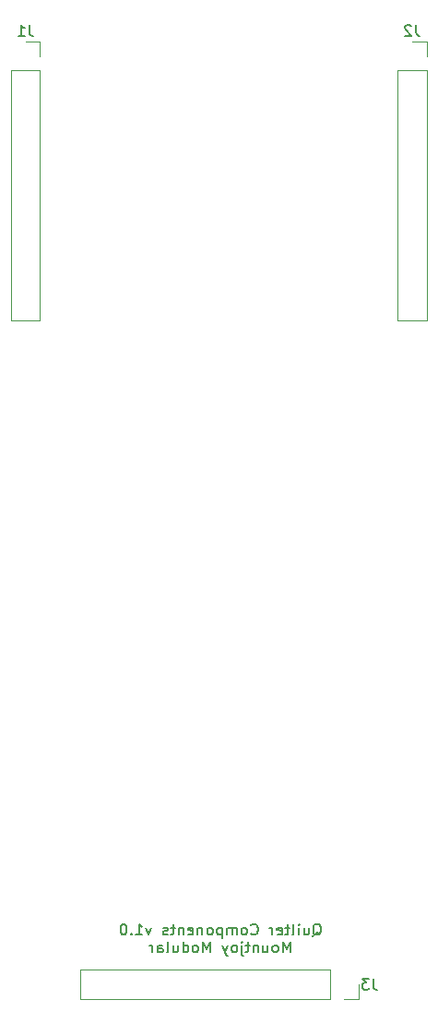
<source format=gbr>
%TF.GenerationSoftware,KiCad,Pcbnew,(6.0.11)*%
%TF.CreationDate,2023-03-01T18:17:23+00:00*%
%TF.ProjectId,Quilter_Components,5175696c-7465-4725-9f43-6f6d706f6e65,rev?*%
%TF.SameCoordinates,Original*%
%TF.FileFunction,Legend,Bot*%
%TF.FilePolarity,Positive*%
%FSLAX46Y46*%
G04 Gerber Fmt 4.6, Leading zero omitted, Abs format (unit mm)*
G04 Created by KiCad (PCBNEW (6.0.11)) date 2023-03-01 18:17:23*
%MOMM*%
%LPD*%
G01*
G04 APERTURE LIST*
%ADD10C,0.200000*%
%ADD11C,0.150000*%
%ADD12C,0.120000*%
G04 APERTURE END LIST*
D10*
X78776190Y-143442619D02*
X78871428Y-143395000D01*
X78966666Y-143299761D01*
X79109523Y-143156904D01*
X79204761Y-143109285D01*
X79300000Y-143109285D01*
X79252380Y-143347380D02*
X79347619Y-143299761D01*
X79442857Y-143204523D01*
X79490476Y-143014047D01*
X79490476Y-142680714D01*
X79442857Y-142490238D01*
X79347619Y-142395000D01*
X79252380Y-142347380D01*
X79061904Y-142347380D01*
X78966666Y-142395000D01*
X78871428Y-142490238D01*
X78823809Y-142680714D01*
X78823809Y-143014047D01*
X78871428Y-143204523D01*
X78966666Y-143299761D01*
X79061904Y-143347380D01*
X79252380Y-143347380D01*
X77966666Y-142680714D02*
X77966666Y-143347380D01*
X78395238Y-142680714D02*
X78395238Y-143204523D01*
X78347619Y-143299761D01*
X78252380Y-143347380D01*
X78109523Y-143347380D01*
X78014285Y-143299761D01*
X77966666Y-143252142D01*
X77490476Y-143347380D02*
X77490476Y-142680714D01*
X77490476Y-142347380D02*
X77538095Y-142395000D01*
X77490476Y-142442619D01*
X77442857Y-142395000D01*
X77490476Y-142347380D01*
X77490476Y-142442619D01*
X76871428Y-143347380D02*
X76966666Y-143299761D01*
X77014285Y-143204523D01*
X77014285Y-142347380D01*
X76633333Y-142680714D02*
X76252380Y-142680714D01*
X76490476Y-142347380D02*
X76490476Y-143204523D01*
X76442857Y-143299761D01*
X76347619Y-143347380D01*
X76252380Y-143347380D01*
X75538095Y-143299761D02*
X75633333Y-143347380D01*
X75823809Y-143347380D01*
X75919047Y-143299761D01*
X75966666Y-143204523D01*
X75966666Y-142823571D01*
X75919047Y-142728333D01*
X75823809Y-142680714D01*
X75633333Y-142680714D01*
X75538095Y-142728333D01*
X75490476Y-142823571D01*
X75490476Y-142918809D01*
X75966666Y-143014047D01*
X75061904Y-143347380D02*
X75061904Y-142680714D01*
X75061904Y-142871190D02*
X75014285Y-142775952D01*
X74966666Y-142728333D01*
X74871428Y-142680714D01*
X74776190Y-142680714D01*
X73109523Y-143252142D02*
X73157142Y-143299761D01*
X73300000Y-143347380D01*
X73395238Y-143347380D01*
X73538095Y-143299761D01*
X73633333Y-143204523D01*
X73680952Y-143109285D01*
X73728571Y-142918809D01*
X73728571Y-142775952D01*
X73680952Y-142585476D01*
X73633333Y-142490238D01*
X73538095Y-142395000D01*
X73395238Y-142347380D01*
X73300000Y-142347380D01*
X73157142Y-142395000D01*
X73109523Y-142442619D01*
X72538095Y-143347380D02*
X72633333Y-143299761D01*
X72680952Y-143252142D01*
X72728571Y-143156904D01*
X72728571Y-142871190D01*
X72680952Y-142775952D01*
X72633333Y-142728333D01*
X72538095Y-142680714D01*
X72395238Y-142680714D01*
X72300000Y-142728333D01*
X72252380Y-142775952D01*
X72204761Y-142871190D01*
X72204761Y-143156904D01*
X72252380Y-143252142D01*
X72300000Y-143299761D01*
X72395238Y-143347380D01*
X72538095Y-143347380D01*
X71776190Y-143347380D02*
X71776190Y-142680714D01*
X71776190Y-142775952D02*
X71728571Y-142728333D01*
X71633333Y-142680714D01*
X71490476Y-142680714D01*
X71395238Y-142728333D01*
X71347619Y-142823571D01*
X71347619Y-143347380D01*
X71347619Y-142823571D02*
X71300000Y-142728333D01*
X71204761Y-142680714D01*
X71061904Y-142680714D01*
X70966666Y-142728333D01*
X70919047Y-142823571D01*
X70919047Y-143347380D01*
X70442857Y-142680714D02*
X70442857Y-143680714D01*
X70442857Y-142728333D02*
X70347619Y-142680714D01*
X70157142Y-142680714D01*
X70061904Y-142728333D01*
X70014285Y-142775952D01*
X69966666Y-142871190D01*
X69966666Y-143156904D01*
X70014285Y-143252142D01*
X70061904Y-143299761D01*
X70157142Y-143347380D01*
X70347619Y-143347380D01*
X70442857Y-143299761D01*
X69395238Y-143347380D02*
X69490476Y-143299761D01*
X69538095Y-143252142D01*
X69585714Y-143156904D01*
X69585714Y-142871190D01*
X69538095Y-142775952D01*
X69490476Y-142728333D01*
X69395238Y-142680714D01*
X69252380Y-142680714D01*
X69157142Y-142728333D01*
X69109523Y-142775952D01*
X69061904Y-142871190D01*
X69061904Y-143156904D01*
X69109523Y-143252142D01*
X69157142Y-143299761D01*
X69252380Y-143347380D01*
X69395238Y-143347380D01*
X68633333Y-142680714D02*
X68633333Y-143347380D01*
X68633333Y-142775952D02*
X68585714Y-142728333D01*
X68490476Y-142680714D01*
X68347619Y-142680714D01*
X68252380Y-142728333D01*
X68204761Y-142823571D01*
X68204761Y-143347380D01*
X67347619Y-143299761D02*
X67442857Y-143347380D01*
X67633333Y-143347380D01*
X67728571Y-143299761D01*
X67776190Y-143204523D01*
X67776190Y-142823571D01*
X67728571Y-142728333D01*
X67633333Y-142680714D01*
X67442857Y-142680714D01*
X67347619Y-142728333D01*
X67300000Y-142823571D01*
X67300000Y-142918809D01*
X67776190Y-143014047D01*
X66871428Y-142680714D02*
X66871428Y-143347380D01*
X66871428Y-142775952D02*
X66823809Y-142728333D01*
X66728571Y-142680714D01*
X66585714Y-142680714D01*
X66490476Y-142728333D01*
X66442857Y-142823571D01*
X66442857Y-143347380D01*
X66109523Y-142680714D02*
X65728571Y-142680714D01*
X65966666Y-142347380D02*
X65966666Y-143204523D01*
X65919047Y-143299761D01*
X65823809Y-143347380D01*
X65728571Y-143347380D01*
X65442857Y-143299761D02*
X65347619Y-143347380D01*
X65157142Y-143347380D01*
X65061904Y-143299761D01*
X65014285Y-143204523D01*
X65014285Y-143156904D01*
X65061904Y-143061666D01*
X65157142Y-143014047D01*
X65300000Y-143014047D01*
X65395238Y-142966428D01*
X65442857Y-142871190D01*
X65442857Y-142823571D01*
X65395238Y-142728333D01*
X65300000Y-142680714D01*
X65157142Y-142680714D01*
X65061904Y-142728333D01*
X63919047Y-142680714D02*
X63680952Y-143347380D01*
X63442857Y-142680714D01*
X62538095Y-143347380D02*
X63109523Y-143347380D01*
X62823809Y-143347380D02*
X62823809Y-142347380D01*
X62919047Y-142490238D01*
X63014285Y-142585476D01*
X63109523Y-142633095D01*
X62109523Y-143252142D02*
X62061904Y-143299761D01*
X62109523Y-143347380D01*
X62157142Y-143299761D01*
X62109523Y-143252142D01*
X62109523Y-143347380D01*
X61442857Y-142347380D02*
X61347619Y-142347380D01*
X61252380Y-142395000D01*
X61204761Y-142442619D01*
X61157142Y-142537857D01*
X61109523Y-142728333D01*
X61109523Y-142966428D01*
X61157142Y-143156904D01*
X61204761Y-143252142D01*
X61252380Y-143299761D01*
X61347619Y-143347380D01*
X61442857Y-143347380D01*
X61538095Y-143299761D01*
X61585714Y-143252142D01*
X61633333Y-143156904D01*
X61680952Y-142966428D01*
X61680952Y-142728333D01*
X61633333Y-142537857D01*
X61585714Y-142442619D01*
X61538095Y-142395000D01*
X61442857Y-142347380D01*
X76680952Y-144957380D02*
X76680952Y-143957380D01*
X76347619Y-144671666D01*
X76014285Y-143957380D01*
X76014285Y-144957380D01*
X75395238Y-144957380D02*
X75490476Y-144909761D01*
X75538095Y-144862142D01*
X75585714Y-144766904D01*
X75585714Y-144481190D01*
X75538095Y-144385952D01*
X75490476Y-144338333D01*
X75395238Y-144290714D01*
X75252380Y-144290714D01*
X75157142Y-144338333D01*
X75109523Y-144385952D01*
X75061904Y-144481190D01*
X75061904Y-144766904D01*
X75109523Y-144862142D01*
X75157142Y-144909761D01*
X75252380Y-144957380D01*
X75395238Y-144957380D01*
X74204761Y-144290714D02*
X74204761Y-144957380D01*
X74633333Y-144290714D02*
X74633333Y-144814523D01*
X74585714Y-144909761D01*
X74490476Y-144957380D01*
X74347619Y-144957380D01*
X74252380Y-144909761D01*
X74204761Y-144862142D01*
X73728571Y-144290714D02*
X73728571Y-144957380D01*
X73728571Y-144385952D02*
X73680952Y-144338333D01*
X73585714Y-144290714D01*
X73442857Y-144290714D01*
X73347619Y-144338333D01*
X73300000Y-144433571D01*
X73300000Y-144957380D01*
X72966666Y-144290714D02*
X72585714Y-144290714D01*
X72823809Y-143957380D02*
X72823809Y-144814523D01*
X72776190Y-144909761D01*
X72680952Y-144957380D01*
X72585714Y-144957380D01*
X72252380Y-144290714D02*
X72252380Y-145147857D01*
X72300000Y-145243095D01*
X72395238Y-145290714D01*
X72442857Y-145290714D01*
X72252380Y-143957380D02*
X72300000Y-144005000D01*
X72252380Y-144052619D01*
X72204761Y-144005000D01*
X72252380Y-143957380D01*
X72252380Y-144052619D01*
X71633333Y-144957380D02*
X71728571Y-144909761D01*
X71776190Y-144862142D01*
X71823809Y-144766904D01*
X71823809Y-144481190D01*
X71776190Y-144385952D01*
X71728571Y-144338333D01*
X71633333Y-144290714D01*
X71490476Y-144290714D01*
X71395238Y-144338333D01*
X71347619Y-144385952D01*
X71300000Y-144481190D01*
X71300000Y-144766904D01*
X71347619Y-144862142D01*
X71395238Y-144909761D01*
X71490476Y-144957380D01*
X71633333Y-144957380D01*
X70966666Y-144290714D02*
X70728571Y-144957380D01*
X70490476Y-144290714D02*
X70728571Y-144957380D01*
X70823809Y-145195476D01*
X70871428Y-145243095D01*
X70966666Y-145290714D01*
X69347619Y-144957380D02*
X69347619Y-143957380D01*
X69014285Y-144671666D01*
X68680952Y-143957380D01*
X68680952Y-144957380D01*
X68061904Y-144957380D02*
X68157142Y-144909761D01*
X68204761Y-144862142D01*
X68252380Y-144766904D01*
X68252380Y-144481190D01*
X68204761Y-144385952D01*
X68157142Y-144338333D01*
X68061904Y-144290714D01*
X67919047Y-144290714D01*
X67823809Y-144338333D01*
X67776190Y-144385952D01*
X67728571Y-144481190D01*
X67728571Y-144766904D01*
X67776190Y-144862142D01*
X67823809Y-144909761D01*
X67919047Y-144957380D01*
X68061904Y-144957380D01*
X66871428Y-144957380D02*
X66871428Y-143957380D01*
X66871428Y-144909761D02*
X66966666Y-144957380D01*
X67157142Y-144957380D01*
X67252380Y-144909761D01*
X67300000Y-144862142D01*
X67347619Y-144766904D01*
X67347619Y-144481190D01*
X67300000Y-144385952D01*
X67252380Y-144338333D01*
X67157142Y-144290714D01*
X66966666Y-144290714D01*
X66871428Y-144338333D01*
X65966666Y-144290714D02*
X65966666Y-144957380D01*
X66395238Y-144290714D02*
X66395238Y-144814523D01*
X66347619Y-144909761D01*
X66252380Y-144957380D01*
X66109523Y-144957380D01*
X66014285Y-144909761D01*
X65966666Y-144862142D01*
X65347619Y-144957380D02*
X65442857Y-144909761D01*
X65490476Y-144814523D01*
X65490476Y-143957380D01*
X64538095Y-144957380D02*
X64538095Y-144433571D01*
X64585714Y-144338333D01*
X64680952Y-144290714D01*
X64871428Y-144290714D01*
X64966666Y-144338333D01*
X64538095Y-144909761D02*
X64633333Y-144957380D01*
X64871428Y-144957380D01*
X64966666Y-144909761D01*
X65014285Y-144814523D01*
X65014285Y-144719285D01*
X64966666Y-144624047D01*
X64871428Y-144576428D01*
X64633333Y-144576428D01*
X64538095Y-144528809D01*
X64061904Y-144957380D02*
X64061904Y-144290714D01*
X64061904Y-144481190D02*
X64014285Y-144385952D01*
X63966666Y-144338333D01*
X63871428Y-144290714D01*
X63776190Y-144290714D01*
D11*
%TO.C,J3*%
X84313333Y-147352380D02*
X84313333Y-148066666D01*
X84360952Y-148209523D01*
X84456190Y-148304761D01*
X84599047Y-148352380D01*
X84694285Y-148352380D01*
X83932380Y-147352380D02*
X83313333Y-147352380D01*
X83646666Y-147733333D01*
X83503809Y-147733333D01*
X83408571Y-147780952D01*
X83360952Y-147828571D01*
X83313333Y-147923809D01*
X83313333Y-148161904D01*
X83360952Y-148257142D01*
X83408571Y-148304761D01*
X83503809Y-148352380D01*
X83789523Y-148352380D01*
X83884761Y-148304761D01*
X83932380Y-148257142D01*
%TO.C,J1*%
X52733333Y-59922380D02*
X52733333Y-60636666D01*
X52780952Y-60779523D01*
X52876190Y-60874761D01*
X53019047Y-60922380D01*
X53114285Y-60922380D01*
X51733333Y-60922380D02*
X52304761Y-60922380D01*
X52019047Y-60922380D02*
X52019047Y-59922380D01*
X52114285Y-60065238D01*
X52209523Y-60160476D01*
X52304761Y-60208095D01*
%TO.C,J2*%
X88233333Y-59922380D02*
X88233333Y-60636666D01*
X88280952Y-60779523D01*
X88376190Y-60874761D01*
X88519047Y-60922380D01*
X88614285Y-60922380D01*
X87804761Y-60017619D02*
X87757142Y-59970000D01*
X87661904Y-59922380D01*
X87423809Y-59922380D01*
X87328571Y-59970000D01*
X87280952Y-60017619D01*
X87233333Y-60112857D01*
X87233333Y-60208095D01*
X87280952Y-60350952D01*
X87852380Y-60922380D01*
X87233333Y-60922380D01*
D12*
%TO.C,J3*%
X81650000Y-149230000D02*
X82980000Y-149230000D01*
X82980000Y-149230000D02*
X82980000Y-147900000D01*
X80380000Y-146570000D02*
X57460000Y-146570000D01*
X57460000Y-149230000D02*
X57460000Y-146570000D01*
X80380000Y-149230000D02*
X80380000Y-146570000D01*
X80380000Y-149230000D02*
X57460000Y-149230000D01*
%TO.C,J1*%
X53730000Y-61470000D02*
X52400000Y-61470000D01*
X51070000Y-64070000D02*
X51070000Y-86990000D01*
X53730000Y-64070000D02*
X51070000Y-64070000D01*
X53730000Y-64070000D02*
X53730000Y-86990000D01*
X53730000Y-62800000D02*
X53730000Y-61470000D01*
X53730000Y-86990000D02*
X51070000Y-86990000D01*
%TO.C,J2*%
X89230000Y-61470000D02*
X87900000Y-61470000D01*
X89230000Y-64070000D02*
X89230000Y-86990000D01*
X89230000Y-64070000D02*
X86570000Y-64070000D01*
X89230000Y-86990000D02*
X86570000Y-86990000D01*
X86570000Y-64070000D02*
X86570000Y-86990000D01*
X89230000Y-62800000D02*
X89230000Y-61470000D01*
%TD*%
M02*

</source>
